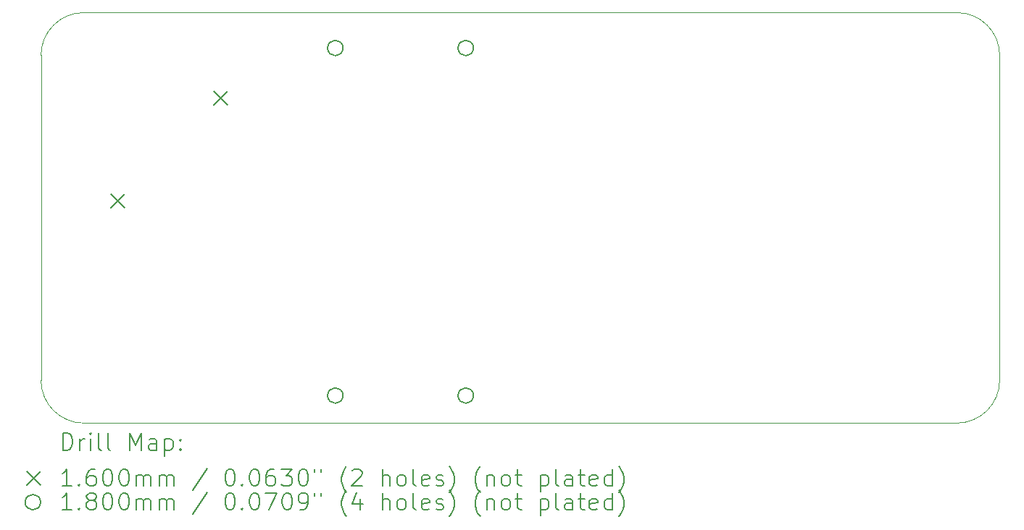
<source format=gbr>
%TF.GenerationSoftware,KiCad,Pcbnew,7.0.8*%
%TF.CreationDate,2024-01-12T01:59:45-08:00*%
%TF.ProjectId,rc_v1,72635f76-312e-46b6-9963-61645f706362,0*%
%TF.SameCoordinates,Original*%
%TF.FileFunction,Drillmap*%
%TF.FilePolarity,Positive*%
%FSLAX45Y45*%
G04 Gerber Fmt 4.5, Leading zero omitted, Abs format (unit mm)*
G04 Created by KiCad (PCBNEW 7.0.8) date 2024-01-12 01:59:45*
%MOMM*%
%LPD*%
G01*
G04 APERTURE LIST*
%ADD10C,0.100000*%
%ADD11C,0.200000*%
%ADD12C,0.160000*%
%ADD13C,0.180000*%
G04 APERTURE END LIST*
D10*
X20300000Y-7800000D02*
G75*
G03*
X19800000Y-7300000I-500000J0D01*
G01*
X9100000Y-7800000D02*
X9100000Y-11600000D01*
X19800000Y-12100000D02*
G75*
G03*
X20300000Y-11600000I0J500000D01*
G01*
X9600000Y-7300000D02*
G75*
G03*
X9100000Y-7800000I0J-500000D01*
G01*
X19800000Y-7300000D02*
X9600000Y-7300000D01*
X9600000Y-12100000D02*
X19800000Y-12100000D01*
X20300000Y-11600000D02*
X20300000Y-7800000D01*
X9100000Y-11600000D02*
G75*
G03*
X9600000Y-12100000I500000J0D01*
G01*
D11*
D12*
X9920000Y-9420000D02*
X10080000Y-9580000D01*
X10080000Y-9420000D02*
X9920000Y-9580000D01*
X11120000Y-8220000D02*
X11280000Y-8380000D01*
X11280000Y-8220000D02*
X11120000Y-8380000D01*
D13*
X12628000Y-7714000D02*
G75*
G03*
X12628000Y-7714000I-90000J0D01*
G01*
X12628000Y-11778000D02*
G75*
G03*
X12628000Y-11778000I-90000J0D01*
G01*
X14152000Y-7714000D02*
G75*
G03*
X14152000Y-7714000I-90000J0D01*
G01*
X14152000Y-11778000D02*
G75*
G03*
X14152000Y-11778000I-90000J0D01*
G01*
D11*
X9355777Y-12416484D02*
X9355777Y-12216484D01*
X9355777Y-12216484D02*
X9403396Y-12216484D01*
X9403396Y-12216484D02*
X9431967Y-12226008D01*
X9431967Y-12226008D02*
X9451015Y-12245055D01*
X9451015Y-12245055D02*
X9460539Y-12264103D01*
X9460539Y-12264103D02*
X9470063Y-12302198D01*
X9470063Y-12302198D02*
X9470063Y-12330769D01*
X9470063Y-12330769D02*
X9460539Y-12368865D01*
X9460539Y-12368865D02*
X9451015Y-12387912D01*
X9451015Y-12387912D02*
X9431967Y-12406960D01*
X9431967Y-12406960D02*
X9403396Y-12416484D01*
X9403396Y-12416484D02*
X9355777Y-12416484D01*
X9555777Y-12416484D02*
X9555777Y-12283150D01*
X9555777Y-12321246D02*
X9565301Y-12302198D01*
X9565301Y-12302198D02*
X9574824Y-12292674D01*
X9574824Y-12292674D02*
X9593872Y-12283150D01*
X9593872Y-12283150D02*
X9612920Y-12283150D01*
X9679586Y-12416484D02*
X9679586Y-12283150D01*
X9679586Y-12216484D02*
X9670063Y-12226008D01*
X9670063Y-12226008D02*
X9679586Y-12235531D01*
X9679586Y-12235531D02*
X9689110Y-12226008D01*
X9689110Y-12226008D02*
X9679586Y-12216484D01*
X9679586Y-12216484D02*
X9679586Y-12235531D01*
X9803396Y-12416484D02*
X9784348Y-12406960D01*
X9784348Y-12406960D02*
X9774824Y-12387912D01*
X9774824Y-12387912D02*
X9774824Y-12216484D01*
X9908158Y-12416484D02*
X9889110Y-12406960D01*
X9889110Y-12406960D02*
X9879586Y-12387912D01*
X9879586Y-12387912D02*
X9879586Y-12216484D01*
X10136729Y-12416484D02*
X10136729Y-12216484D01*
X10136729Y-12216484D02*
X10203396Y-12359341D01*
X10203396Y-12359341D02*
X10270063Y-12216484D01*
X10270063Y-12216484D02*
X10270063Y-12416484D01*
X10451015Y-12416484D02*
X10451015Y-12311722D01*
X10451015Y-12311722D02*
X10441491Y-12292674D01*
X10441491Y-12292674D02*
X10422444Y-12283150D01*
X10422444Y-12283150D02*
X10384348Y-12283150D01*
X10384348Y-12283150D02*
X10365301Y-12292674D01*
X10451015Y-12406960D02*
X10431967Y-12416484D01*
X10431967Y-12416484D02*
X10384348Y-12416484D01*
X10384348Y-12416484D02*
X10365301Y-12406960D01*
X10365301Y-12406960D02*
X10355777Y-12387912D01*
X10355777Y-12387912D02*
X10355777Y-12368865D01*
X10355777Y-12368865D02*
X10365301Y-12349817D01*
X10365301Y-12349817D02*
X10384348Y-12340293D01*
X10384348Y-12340293D02*
X10431967Y-12340293D01*
X10431967Y-12340293D02*
X10451015Y-12330769D01*
X10546253Y-12283150D02*
X10546253Y-12483150D01*
X10546253Y-12292674D02*
X10565301Y-12283150D01*
X10565301Y-12283150D02*
X10603396Y-12283150D01*
X10603396Y-12283150D02*
X10622444Y-12292674D01*
X10622444Y-12292674D02*
X10631967Y-12302198D01*
X10631967Y-12302198D02*
X10641491Y-12321246D01*
X10641491Y-12321246D02*
X10641491Y-12378388D01*
X10641491Y-12378388D02*
X10631967Y-12397436D01*
X10631967Y-12397436D02*
X10622444Y-12406960D01*
X10622444Y-12406960D02*
X10603396Y-12416484D01*
X10603396Y-12416484D02*
X10565301Y-12416484D01*
X10565301Y-12416484D02*
X10546253Y-12406960D01*
X10727205Y-12397436D02*
X10736729Y-12406960D01*
X10736729Y-12406960D02*
X10727205Y-12416484D01*
X10727205Y-12416484D02*
X10717682Y-12406960D01*
X10717682Y-12406960D02*
X10727205Y-12397436D01*
X10727205Y-12397436D02*
X10727205Y-12416484D01*
X10727205Y-12292674D02*
X10736729Y-12302198D01*
X10736729Y-12302198D02*
X10727205Y-12311722D01*
X10727205Y-12311722D02*
X10717682Y-12302198D01*
X10717682Y-12302198D02*
X10727205Y-12292674D01*
X10727205Y-12292674D02*
X10727205Y-12311722D01*
D12*
X8935000Y-12665000D02*
X9095000Y-12825000D01*
X9095000Y-12665000D02*
X8935000Y-12825000D01*
D11*
X9460539Y-12836484D02*
X9346253Y-12836484D01*
X9403396Y-12836484D02*
X9403396Y-12636484D01*
X9403396Y-12636484D02*
X9384348Y-12665055D01*
X9384348Y-12665055D02*
X9365301Y-12684103D01*
X9365301Y-12684103D02*
X9346253Y-12693627D01*
X9546253Y-12817436D02*
X9555777Y-12826960D01*
X9555777Y-12826960D02*
X9546253Y-12836484D01*
X9546253Y-12836484D02*
X9536729Y-12826960D01*
X9536729Y-12826960D02*
X9546253Y-12817436D01*
X9546253Y-12817436D02*
X9546253Y-12836484D01*
X9727205Y-12636484D02*
X9689110Y-12636484D01*
X9689110Y-12636484D02*
X9670063Y-12646008D01*
X9670063Y-12646008D02*
X9660539Y-12655531D01*
X9660539Y-12655531D02*
X9641491Y-12684103D01*
X9641491Y-12684103D02*
X9631967Y-12722198D01*
X9631967Y-12722198D02*
X9631967Y-12798388D01*
X9631967Y-12798388D02*
X9641491Y-12817436D01*
X9641491Y-12817436D02*
X9651015Y-12826960D01*
X9651015Y-12826960D02*
X9670063Y-12836484D01*
X9670063Y-12836484D02*
X9708158Y-12836484D01*
X9708158Y-12836484D02*
X9727205Y-12826960D01*
X9727205Y-12826960D02*
X9736729Y-12817436D01*
X9736729Y-12817436D02*
X9746253Y-12798388D01*
X9746253Y-12798388D02*
X9746253Y-12750769D01*
X9746253Y-12750769D02*
X9736729Y-12731722D01*
X9736729Y-12731722D02*
X9727205Y-12722198D01*
X9727205Y-12722198D02*
X9708158Y-12712674D01*
X9708158Y-12712674D02*
X9670063Y-12712674D01*
X9670063Y-12712674D02*
X9651015Y-12722198D01*
X9651015Y-12722198D02*
X9641491Y-12731722D01*
X9641491Y-12731722D02*
X9631967Y-12750769D01*
X9870063Y-12636484D02*
X9889110Y-12636484D01*
X9889110Y-12636484D02*
X9908158Y-12646008D01*
X9908158Y-12646008D02*
X9917682Y-12655531D01*
X9917682Y-12655531D02*
X9927205Y-12674579D01*
X9927205Y-12674579D02*
X9936729Y-12712674D01*
X9936729Y-12712674D02*
X9936729Y-12760293D01*
X9936729Y-12760293D02*
X9927205Y-12798388D01*
X9927205Y-12798388D02*
X9917682Y-12817436D01*
X9917682Y-12817436D02*
X9908158Y-12826960D01*
X9908158Y-12826960D02*
X9889110Y-12836484D01*
X9889110Y-12836484D02*
X9870063Y-12836484D01*
X9870063Y-12836484D02*
X9851015Y-12826960D01*
X9851015Y-12826960D02*
X9841491Y-12817436D01*
X9841491Y-12817436D02*
X9831967Y-12798388D01*
X9831967Y-12798388D02*
X9822444Y-12760293D01*
X9822444Y-12760293D02*
X9822444Y-12712674D01*
X9822444Y-12712674D02*
X9831967Y-12674579D01*
X9831967Y-12674579D02*
X9841491Y-12655531D01*
X9841491Y-12655531D02*
X9851015Y-12646008D01*
X9851015Y-12646008D02*
X9870063Y-12636484D01*
X10060539Y-12636484D02*
X10079586Y-12636484D01*
X10079586Y-12636484D02*
X10098634Y-12646008D01*
X10098634Y-12646008D02*
X10108158Y-12655531D01*
X10108158Y-12655531D02*
X10117682Y-12674579D01*
X10117682Y-12674579D02*
X10127205Y-12712674D01*
X10127205Y-12712674D02*
X10127205Y-12760293D01*
X10127205Y-12760293D02*
X10117682Y-12798388D01*
X10117682Y-12798388D02*
X10108158Y-12817436D01*
X10108158Y-12817436D02*
X10098634Y-12826960D01*
X10098634Y-12826960D02*
X10079586Y-12836484D01*
X10079586Y-12836484D02*
X10060539Y-12836484D01*
X10060539Y-12836484D02*
X10041491Y-12826960D01*
X10041491Y-12826960D02*
X10031967Y-12817436D01*
X10031967Y-12817436D02*
X10022444Y-12798388D01*
X10022444Y-12798388D02*
X10012920Y-12760293D01*
X10012920Y-12760293D02*
X10012920Y-12712674D01*
X10012920Y-12712674D02*
X10022444Y-12674579D01*
X10022444Y-12674579D02*
X10031967Y-12655531D01*
X10031967Y-12655531D02*
X10041491Y-12646008D01*
X10041491Y-12646008D02*
X10060539Y-12636484D01*
X10212920Y-12836484D02*
X10212920Y-12703150D01*
X10212920Y-12722198D02*
X10222444Y-12712674D01*
X10222444Y-12712674D02*
X10241491Y-12703150D01*
X10241491Y-12703150D02*
X10270063Y-12703150D01*
X10270063Y-12703150D02*
X10289110Y-12712674D01*
X10289110Y-12712674D02*
X10298634Y-12731722D01*
X10298634Y-12731722D02*
X10298634Y-12836484D01*
X10298634Y-12731722D02*
X10308158Y-12712674D01*
X10308158Y-12712674D02*
X10327205Y-12703150D01*
X10327205Y-12703150D02*
X10355777Y-12703150D01*
X10355777Y-12703150D02*
X10374825Y-12712674D01*
X10374825Y-12712674D02*
X10384348Y-12731722D01*
X10384348Y-12731722D02*
X10384348Y-12836484D01*
X10479586Y-12836484D02*
X10479586Y-12703150D01*
X10479586Y-12722198D02*
X10489110Y-12712674D01*
X10489110Y-12712674D02*
X10508158Y-12703150D01*
X10508158Y-12703150D02*
X10536729Y-12703150D01*
X10536729Y-12703150D02*
X10555777Y-12712674D01*
X10555777Y-12712674D02*
X10565301Y-12731722D01*
X10565301Y-12731722D02*
X10565301Y-12836484D01*
X10565301Y-12731722D02*
X10574825Y-12712674D01*
X10574825Y-12712674D02*
X10593872Y-12703150D01*
X10593872Y-12703150D02*
X10622444Y-12703150D01*
X10622444Y-12703150D02*
X10641491Y-12712674D01*
X10641491Y-12712674D02*
X10651015Y-12731722D01*
X10651015Y-12731722D02*
X10651015Y-12836484D01*
X11041491Y-12626960D02*
X10870063Y-12884103D01*
X11298634Y-12636484D02*
X11317682Y-12636484D01*
X11317682Y-12636484D02*
X11336729Y-12646008D01*
X11336729Y-12646008D02*
X11346253Y-12655531D01*
X11346253Y-12655531D02*
X11355777Y-12674579D01*
X11355777Y-12674579D02*
X11365301Y-12712674D01*
X11365301Y-12712674D02*
X11365301Y-12760293D01*
X11365301Y-12760293D02*
X11355777Y-12798388D01*
X11355777Y-12798388D02*
X11346253Y-12817436D01*
X11346253Y-12817436D02*
X11336729Y-12826960D01*
X11336729Y-12826960D02*
X11317682Y-12836484D01*
X11317682Y-12836484D02*
X11298634Y-12836484D01*
X11298634Y-12836484D02*
X11279586Y-12826960D01*
X11279586Y-12826960D02*
X11270063Y-12817436D01*
X11270063Y-12817436D02*
X11260539Y-12798388D01*
X11260539Y-12798388D02*
X11251015Y-12760293D01*
X11251015Y-12760293D02*
X11251015Y-12712674D01*
X11251015Y-12712674D02*
X11260539Y-12674579D01*
X11260539Y-12674579D02*
X11270063Y-12655531D01*
X11270063Y-12655531D02*
X11279586Y-12646008D01*
X11279586Y-12646008D02*
X11298634Y-12636484D01*
X11451015Y-12817436D02*
X11460539Y-12826960D01*
X11460539Y-12826960D02*
X11451015Y-12836484D01*
X11451015Y-12836484D02*
X11441491Y-12826960D01*
X11441491Y-12826960D02*
X11451015Y-12817436D01*
X11451015Y-12817436D02*
X11451015Y-12836484D01*
X11584348Y-12636484D02*
X11603396Y-12636484D01*
X11603396Y-12636484D02*
X11622444Y-12646008D01*
X11622444Y-12646008D02*
X11631967Y-12655531D01*
X11631967Y-12655531D02*
X11641491Y-12674579D01*
X11641491Y-12674579D02*
X11651015Y-12712674D01*
X11651015Y-12712674D02*
X11651015Y-12760293D01*
X11651015Y-12760293D02*
X11641491Y-12798388D01*
X11641491Y-12798388D02*
X11631967Y-12817436D01*
X11631967Y-12817436D02*
X11622444Y-12826960D01*
X11622444Y-12826960D02*
X11603396Y-12836484D01*
X11603396Y-12836484D02*
X11584348Y-12836484D01*
X11584348Y-12836484D02*
X11565301Y-12826960D01*
X11565301Y-12826960D02*
X11555777Y-12817436D01*
X11555777Y-12817436D02*
X11546253Y-12798388D01*
X11546253Y-12798388D02*
X11536729Y-12760293D01*
X11536729Y-12760293D02*
X11536729Y-12712674D01*
X11536729Y-12712674D02*
X11546253Y-12674579D01*
X11546253Y-12674579D02*
X11555777Y-12655531D01*
X11555777Y-12655531D02*
X11565301Y-12646008D01*
X11565301Y-12646008D02*
X11584348Y-12636484D01*
X11822444Y-12636484D02*
X11784348Y-12636484D01*
X11784348Y-12636484D02*
X11765301Y-12646008D01*
X11765301Y-12646008D02*
X11755777Y-12655531D01*
X11755777Y-12655531D02*
X11736729Y-12684103D01*
X11736729Y-12684103D02*
X11727206Y-12722198D01*
X11727206Y-12722198D02*
X11727206Y-12798388D01*
X11727206Y-12798388D02*
X11736729Y-12817436D01*
X11736729Y-12817436D02*
X11746253Y-12826960D01*
X11746253Y-12826960D02*
X11765301Y-12836484D01*
X11765301Y-12836484D02*
X11803396Y-12836484D01*
X11803396Y-12836484D02*
X11822444Y-12826960D01*
X11822444Y-12826960D02*
X11831967Y-12817436D01*
X11831967Y-12817436D02*
X11841491Y-12798388D01*
X11841491Y-12798388D02*
X11841491Y-12750769D01*
X11841491Y-12750769D02*
X11831967Y-12731722D01*
X11831967Y-12731722D02*
X11822444Y-12722198D01*
X11822444Y-12722198D02*
X11803396Y-12712674D01*
X11803396Y-12712674D02*
X11765301Y-12712674D01*
X11765301Y-12712674D02*
X11746253Y-12722198D01*
X11746253Y-12722198D02*
X11736729Y-12731722D01*
X11736729Y-12731722D02*
X11727206Y-12750769D01*
X11908158Y-12636484D02*
X12031967Y-12636484D01*
X12031967Y-12636484D02*
X11965301Y-12712674D01*
X11965301Y-12712674D02*
X11993872Y-12712674D01*
X11993872Y-12712674D02*
X12012920Y-12722198D01*
X12012920Y-12722198D02*
X12022444Y-12731722D01*
X12022444Y-12731722D02*
X12031967Y-12750769D01*
X12031967Y-12750769D02*
X12031967Y-12798388D01*
X12031967Y-12798388D02*
X12022444Y-12817436D01*
X12022444Y-12817436D02*
X12012920Y-12826960D01*
X12012920Y-12826960D02*
X11993872Y-12836484D01*
X11993872Y-12836484D02*
X11936729Y-12836484D01*
X11936729Y-12836484D02*
X11917682Y-12826960D01*
X11917682Y-12826960D02*
X11908158Y-12817436D01*
X12155777Y-12636484D02*
X12174825Y-12636484D01*
X12174825Y-12636484D02*
X12193872Y-12646008D01*
X12193872Y-12646008D02*
X12203396Y-12655531D01*
X12203396Y-12655531D02*
X12212920Y-12674579D01*
X12212920Y-12674579D02*
X12222444Y-12712674D01*
X12222444Y-12712674D02*
X12222444Y-12760293D01*
X12222444Y-12760293D02*
X12212920Y-12798388D01*
X12212920Y-12798388D02*
X12203396Y-12817436D01*
X12203396Y-12817436D02*
X12193872Y-12826960D01*
X12193872Y-12826960D02*
X12174825Y-12836484D01*
X12174825Y-12836484D02*
X12155777Y-12836484D01*
X12155777Y-12836484D02*
X12136729Y-12826960D01*
X12136729Y-12826960D02*
X12127206Y-12817436D01*
X12127206Y-12817436D02*
X12117682Y-12798388D01*
X12117682Y-12798388D02*
X12108158Y-12760293D01*
X12108158Y-12760293D02*
X12108158Y-12712674D01*
X12108158Y-12712674D02*
X12117682Y-12674579D01*
X12117682Y-12674579D02*
X12127206Y-12655531D01*
X12127206Y-12655531D02*
X12136729Y-12646008D01*
X12136729Y-12646008D02*
X12155777Y-12636484D01*
X12298634Y-12636484D02*
X12298634Y-12674579D01*
X12374825Y-12636484D02*
X12374825Y-12674579D01*
X12670063Y-12912674D02*
X12660539Y-12903150D01*
X12660539Y-12903150D02*
X12641491Y-12874579D01*
X12641491Y-12874579D02*
X12631968Y-12855531D01*
X12631968Y-12855531D02*
X12622444Y-12826960D01*
X12622444Y-12826960D02*
X12612920Y-12779341D01*
X12612920Y-12779341D02*
X12612920Y-12741246D01*
X12612920Y-12741246D02*
X12622444Y-12693627D01*
X12622444Y-12693627D02*
X12631968Y-12665055D01*
X12631968Y-12665055D02*
X12641491Y-12646008D01*
X12641491Y-12646008D02*
X12660539Y-12617436D01*
X12660539Y-12617436D02*
X12670063Y-12607912D01*
X12736729Y-12655531D02*
X12746253Y-12646008D01*
X12746253Y-12646008D02*
X12765301Y-12636484D01*
X12765301Y-12636484D02*
X12812920Y-12636484D01*
X12812920Y-12636484D02*
X12831968Y-12646008D01*
X12831968Y-12646008D02*
X12841491Y-12655531D01*
X12841491Y-12655531D02*
X12851015Y-12674579D01*
X12851015Y-12674579D02*
X12851015Y-12693627D01*
X12851015Y-12693627D02*
X12841491Y-12722198D01*
X12841491Y-12722198D02*
X12727206Y-12836484D01*
X12727206Y-12836484D02*
X12851015Y-12836484D01*
X13089110Y-12836484D02*
X13089110Y-12636484D01*
X13174825Y-12836484D02*
X13174825Y-12731722D01*
X13174825Y-12731722D02*
X13165301Y-12712674D01*
X13165301Y-12712674D02*
X13146253Y-12703150D01*
X13146253Y-12703150D02*
X13117682Y-12703150D01*
X13117682Y-12703150D02*
X13098634Y-12712674D01*
X13098634Y-12712674D02*
X13089110Y-12722198D01*
X13298634Y-12836484D02*
X13279587Y-12826960D01*
X13279587Y-12826960D02*
X13270063Y-12817436D01*
X13270063Y-12817436D02*
X13260539Y-12798388D01*
X13260539Y-12798388D02*
X13260539Y-12741246D01*
X13260539Y-12741246D02*
X13270063Y-12722198D01*
X13270063Y-12722198D02*
X13279587Y-12712674D01*
X13279587Y-12712674D02*
X13298634Y-12703150D01*
X13298634Y-12703150D02*
X13327206Y-12703150D01*
X13327206Y-12703150D02*
X13346253Y-12712674D01*
X13346253Y-12712674D02*
X13355777Y-12722198D01*
X13355777Y-12722198D02*
X13365301Y-12741246D01*
X13365301Y-12741246D02*
X13365301Y-12798388D01*
X13365301Y-12798388D02*
X13355777Y-12817436D01*
X13355777Y-12817436D02*
X13346253Y-12826960D01*
X13346253Y-12826960D02*
X13327206Y-12836484D01*
X13327206Y-12836484D02*
X13298634Y-12836484D01*
X13479587Y-12836484D02*
X13460539Y-12826960D01*
X13460539Y-12826960D02*
X13451015Y-12807912D01*
X13451015Y-12807912D02*
X13451015Y-12636484D01*
X13631968Y-12826960D02*
X13612920Y-12836484D01*
X13612920Y-12836484D02*
X13574825Y-12836484D01*
X13574825Y-12836484D02*
X13555777Y-12826960D01*
X13555777Y-12826960D02*
X13546253Y-12807912D01*
X13546253Y-12807912D02*
X13546253Y-12731722D01*
X13546253Y-12731722D02*
X13555777Y-12712674D01*
X13555777Y-12712674D02*
X13574825Y-12703150D01*
X13574825Y-12703150D02*
X13612920Y-12703150D01*
X13612920Y-12703150D02*
X13631968Y-12712674D01*
X13631968Y-12712674D02*
X13641491Y-12731722D01*
X13641491Y-12731722D02*
X13641491Y-12750769D01*
X13641491Y-12750769D02*
X13546253Y-12769817D01*
X13717682Y-12826960D02*
X13736730Y-12836484D01*
X13736730Y-12836484D02*
X13774825Y-12836484D01*
X13774825Y-12836484D02*
X13793872Y-12826960D01*
X13793872Y-12826960D02*
X13803396Y-12807912D01*
X13803396Y-12807912D02*
X13803396Y-12798388D01*
X13803396Y-12798388D02*
X13793872Y-12779341D01*
X13793872Y-12779341D02*
X13774825Y-12769817D01*
X13774825Y-12769817D02*
X13746253Y-12769817D01*
X13746253Y-12769817D02*
X13727206Y-12760293D01*
X13727206Y-12760293D02*
X13717682Y-12741246D01*
X13717682Y-12741246D02*
X13717682Y-12731722D01*
X13717682Y-12731722D02*
X13727206Y-12712674D01*
X13727206Y-12712674D02*
X13746253Y-12703150D01*
X13746253Y-12703150D02*
X13774825Y-12703150D01*
X13774825Y-12703150D02*
X13793872Y-12712674D01*
X13870063Y-12912674D02*
X13879587Y-12903150D01*
X13879587Y-12903150D02*
X13898634Y-12874579D01*
X13898634Y-12874579D02*
X13908158Y-12855531D01*
X13908158Y-12855531D02*
X13917682Y-12826960D01*
X13917682Y-12826960D02*
X13927206Y-12779341D01*
X13927206Y-12779341D02*
X13927206Y-12741246D01*
X13927206Y-12741246D02*
X13917682Y-12693627D01*
X13917682Y-12693627D02*
X13908158Y-12665055D01*
X13908158Y-12665055D02*
X13898634Y-12646008D01*
X13898634Y-12646008D02*
X13879587Y-12617436D01*
X13879587Y-12617436D02*
X13870063Y-12607912D01*
X14231968Y-12912674D02*
X14222444Y-12903150D01*
X14222444Y-12903150D02*
X14203396Y-12874579D01*
X14203396Y-12874579D02*
X14193872Y-12855531D01*
X14193872Y-12855531D02*
X14184349Y-12826960D01*
X14184349Y-12826960D02*
X14174825Y-12779341D01*
X14174825Y-12779341D02*
X14174825Y-12741246D01*
X14174825Y-12741246D02*
X14184349Y-12693627D01*
X14184349Y-12693627D02*
X14193872Y-12665055D01*
X14193872Y-12665055D02*
X14203396Y-12646008D01*
X14203396Y-12646008D02*
X14222444Y-12617436D01*
X14222444Y-12617436D02*
X14231968Y-12607912D01*
X14308158Y-12703150D02*
X14308158Y-12836484D01*
X14308158Y-12722198D02*
X14317682Y-12712674D01*
X14317682Y-12712674D02*
X14336730Y-12703150D01*
X14336730Y-12703150D02*
X14365301Y-12703150D01*
X14365301Y-12703150D02*
X14384349Y-12712674D01*
X14384349Y-12712674D02*
X14393872Y-12731722D01*
X14393872Y-12731722D02*
X14393872Y-12836484D01*
X14517682Y-12836484D02*
X14498634Y-12826960D01*
X14498634Y-12826960D02*
X14489111Y-12817436D01*
X14489111Y-12817436D02*
X14479587Y-12798388D01*
X14479587Y-12798388D02*
X14479587Y-12741246D01*
X14479587Y-12741246D02*
X14489111Y-12722198D01*
X14489111Y-12722198D02*
X14498634Y-12712674D01*
X14498634Y-12712674D02*
X14517682Y-12703150D01*
X14517682Y-12703150D02*
X14546253Y-12703150D01*
X14546253Y-12703150D02*
X14565301Y-12712674D01*
X14565301Y-12712674D02*
X14574825Y-12722198D01*
X14574825Y-12722198D02*
X14584349Y-12741246D01*
X14584349Y-12741246D02*
X14584349Y-12798388D01*
X14584349Y-12798388D02*
X14574825Y-12817436D01*
X14574825Y-12817436D02*
X14565301Y-12826960D01*
X14565301Y-12826960D02*
X14546253Y-12836484D01*
X14546253Y-12836484D02*
X14517682Y-12836484D01*
X14641492Y-12703150D02*
X14717682Y-12703150D01*
X14670063Y-12636484D02*
X14670063Y-12807912D01*
X14670063Y-12807912D02*
X14679587Y-12826960D01*
X14679587Y-12826960D02*
X14698634Y-12836484D01*
X14698634Y-12836484D02*
X14717682Y-12836484D01*
X14936730Y-12703150D02*
X14936730Y-12903150D01*
X14936730Y-12712674D02*
X14955777Y-12703150D01*
X14955777Y-12703150D02*
X14993873Y-12703150D01*
X14993873Y-12703150D02*
X15012920Y-12712674D01*
X15012920Y-12712674D02*
X15022444Y-12722198D01*
X15022444Y-12722198D02*
X15031968Y-12741246D01*
X15031968Y-12741246D02*
X15031968Y-12798388D01*
X15031968Y-12798388D02*
X15022444Y-12817436D01*
X15022444Y-12817436D02*
X15012920Y-12826960D01*
X15012920Y-12826960D02*
X14993873Y-12836484D01*
X14993873Y-12836484D02*
X14955777Y-12836484D01*
X14955777Y-12836484D02*
X14936730Y-12826960D01*
X15146253Y-12836484D02*
X15127206Y-12826960D01*
X15127206Y-12826960D02*
X15117682Y-12807912D01*
X15117682Y-12807912D02*
X15117682Y-12636484D01*
X15308158Y-12836484D02*
X15308158Y-12731722D01*
X15308158Y-12731722D02*
X15298634Y-12712674D01*
X15298634Y-12712674D02*
X15279587Y-12703150D01*
X15279587Y-12703150D02*
X15241492Y-12703150D01*
X15241492Y-12703150D02*
X15222444Y-12712674D01*
X15308158Y-12826960D02*
X15289111Y-12836484D01*
X15289111Y-12836484D02*
X15241492Y-12836484D01*
X15241492Y-12836484D02*
X15222444Y-12826960D01*
X15222444Y-12826960D02*
X15212920Y-12807912D01*
X15212920Y-12807912D02*
X15212920Y-12788865D01*
X15212920Y-12788865D02*
X15222444Y-12769817D01*
X15222444Y-12769817D02*
X15241492Y-12760293D01*
X15241492Y-12760293D02*
X15289111Y-12760293D01*
X15289111Y-12760293D02*
X15308158Y-12750769D01*
X15374825Y-12703150D02*
X15451015Y-12703150D01*
X15403396Y-12636484D02*
X15403396Y-12807912D01*
X15403396Y-12807912D02*
X15412920Y-12826960D01*
X15412920Y-12826960D02*
X15431968Y-12836484D01*
X15431968Y-12836484D02*
X15451015Y-12836484D01*
X15593873Y-12826960D02*
X15574825Y-12836484D01*
X15574825Y-12836484D02*
X15536730Y-12836484D01*
X15536730Y-12836484D02*
X15517682Y-12826960D01*
X15517682Y-12826960D02*
X15508158Y-12807912D01*
X15508158Y-12807912D02*
X15508158Y-12731722D01*
X15508158Y-12731722D02*
X15517682Y-12712674D01*
X15517682Y-12712674D02*
X15536730Y-12703150D01*
X15536730Y-12703150D02*
X15574825Y-12703150D01*
X15574825Y-12703150D02*
X15593873Y-12712674D01*
X15593873Y-12712674D02*
X15603396Y-12731722D01*
X15603396Y-12731722D02*
X15603396Y-12750769D01*
X15603396Y-12750769D02*
X15508158Y-12769817D01*
X15774825Y-12836484D02*
X15774825Y-12636484D01*
X15774825Y-12826960D02*
X15755777Y-12836484D01*
X15755777Y-12836484D02*
X15717682Y-12836484D01*
X15717682Y-12836484D02*
X15698634Y-12826960D01*
X15698634Y-12826960D02*
X15689111Y-12817436D01*
X15689111Y-12817436D02*
X15679587Y-12798388D01*
X15679587Y-12798388D02*
X15679587Y-12741246D01*
X15679587Y-12741246D02*
X15689111Y-12722198D01*
X15689111Y-12722198D02*
X15698634Y-12712674D01*
X15698634Y-12712674D02*
X15717682Y-12703150D01*
X15717682Y-12703150D02*
X15755777Y-12703150D01*
X15755777Y-12703150D02*
X15774825Y-12712674D01*
X15851015Y-12912674D02*
X15860539Y-12903150D01*
X15860539Y-12903150D02*
X15879587Y-12874579D01*
X15879587Y-12874579D02*
X15889111Y-12855531D01*
X15889111Y-12855531D02*
X15898634Y-12826960D01*
X15898634Y-12826960D02*
X15908158Y-12779341D01*
X15908158Y-12779341D02*
X15908158Y-12741246D01*
X15908158Y-12741246D02*
X15898634Y-12693627D01*
X15898634Y-12693627D02*
X15889111Y-12665055D01*
X15889111Y-12665055D02*
X15879587Y-12646008D01*
X15879587Y-12646008D02*
X15860539Y-12617436D01*
X15860539Y-12617436D02*
X15851015Y-12607912D01*
D13*
X9095000Y-13025000D02*
G75*
G03*
X9095000Y-13025000I-90000J0D01*
G01*
D11*
X9460539Y-13116484D02*
X9346253Y-13116484D01*
X9403396Y-13116484D02*
X9403396Y-12916484D01*
X9403396Y-12916484D02*
X9384348Y-12945055D01*
X9384348Y-12945055D02*
X9365301Y-12964103D01*
X9365301Y-12964103D02*
X9346253Y-12973627D01*
X9546253Y-13097436D02*
X9555777Y-13106960D01*
X9555777Y-13106960D02*
X9546253Y-13116484D01*
X9546253Y-13116484D02*
X9536729Y-13106960D01*
X9536729Y-13106960D02*
X9546253Y-13097436D01*
X9546253Y-13097436D02*
X9546253Y-13116484D01*
X9670063Y-13002198D02*
X9651015Y-12992674D01*
X9651015Y-12992674D02*
X9641491Y-12983150D01*
X9641491Y-12983150D02*
X9631967Y-12964103D01*
X9631967Y-12964103D02*
X9631967Y-12954579D01*
X9631967Y-12954579D02*
X9641491Y-12935531D01*
X9641491Y-12935531D02*
X9651015Y-12926008D01*
X9651015Y-12926008D02*
X9670063Y-12916484D01*
X9670063Y-12916484D02*
X9708158Y-12916484D01*
X9708158Y-12916484D02*
X9727205Y-12926008D01*
X9727205Y-12926008D02*
X9736729Y-12935531D01*
X9736729Y-12935531D02*
X9746253Y-12954579D01*
X9746253Y-12954579D02*
X9746253Y-12964103D01*
X9746253Y-12964103D02*
X9736729Y-12983150D01*
X9736729Y-12983150D02*
X9727205Y-12992674D01*
X9727205Y-12992674D02*
X9708158Y-13002198D01*
X9708158Y-13002198D02*
X9670063Y-13002198D01*
X9670063Y-13002198D02*
X9651015Y-13011722D01*
X9651015Y-13011722D02*
X9641491Y-13021246D01*
X9641491Y-13021246D02*
X9631967Y-13040293D01*
X9631967Y-13040293D02*
X9631967Y-13078388D01*
X9631967Y-13078388D02*
X9641491Y-13097436D01*
X9641491Y-13097436D02*
X9651015Y-13106960D01*
X9651015Y-13106960D02*
X9670063Y-13116484D01*
X9670063Y-13116484D02*
X9708158Y-13116484D01*
X9708158Y-13116484D02*
X9727205Y-13106960D01*
X9727205Y-13106960D02*
X9736729Y-13097436D01*
X9736729Y-13097436D02*
X9746253Y-13078388D01*
X9746253Y-13078388D02*
X9746253Y-13040293D01*
X9746253Y-13040293D02*
X9736729Y-13021246D01*
X9736729Y-13021246D02*
X9727205Y-13011722D01*
X9727205Y-13011722D02*
X9708158Y-13002198D01*
X9870063Y-12916484D02*
X9889110Y-12916484D01*
X9889110Y-12916484D02*
X9908158Y-12926008D01*
X9908158Y-12926008D02*
X9917682Y-12935531D01*
X9917682Y-12935531D02*
X9927205Y-12954579D01*
X9927205Y-12954579D02*
X9936729Y-12992674D01*
X9936729Y-12992674D02*
X9936729Y-13040293D01*
X9936729Y-13040293D02*
X9927205Y-13078388D01*
X9927205Y-13078388D02*
X9917682Y-13097436D01*
X9917682Y-13097436D02*
X9908158Y-13106960D01*
X9908158Y-13106960D02*
X9889110Y-13116484D01*
X9889110Y-13116484D02*
X9870063Y-13116484D01*
X9870063Y-13116484D02*
X9851015Y-13106960D01*
X9851015Y-13106960D02*
X9841491Y-13097436D01*
X9841491Y-13097436D02*
X9831967Y-13078388D01*
X9831967Y-13078388D02*
X9822444Y-13040293D01*
X9822444Y-13040293D02*
X9822444Y-12992674D01*
X9822444Y-12992674D02*
X9831967Y-12954579D01*
X9831967Y-12954579D02*
X9841491Y-12935531D01*
X9841491Y-12935531D02*
X9851015Y-12926008D01*
X9851015Y-12926008D02*
X9870063Y-12916484D01*
X10060539Y-12916484D02*
X10079586Y-12916484D01*
X10079586Y-12916484D02*
X10098634Y-12926008D01*
X10098634Y-12926008D02*
X10108158Y-12935531D01*
X10108158Y-12935531D02*
X10117682Y-12954579D01*
X10117682Y-12954579D02*
X10127205Y-12992674D01*
X10127205Y-12992674D02*
X10127205Y-13040293D01*
X10127205Y-13040293D02*
X10117682Y-13078388D01*
X10117682Y-13078388D02*
X10108158Y-13097436D01*
X10108158Y-13097436D02*
X10098634Y-13106960D01*
X10098634Y-13106960D02*
X10079586Y-13116484D01*
X10079586Y-13116484D02*
X10060539Y-13116484D01*
X10060539Y-13116484D02*
X10041491Y-13106960D01*
X10041491Y-13106960D02*
X10031967Y-13097436D01*
X10031967Y-13097436D02*
X10022444Y-13078388D01*
X10022444Y-13078388D02*
X10012920Y-13040293D01*
X10012920Y-13040293D02*
X10012920Y-12992674D01*
X10012920Y-12992674D02*
X10022444Y-12954579D01*
X10022444Y-12954579D02*
X10031967Y-12935531D01*
X10031967Y-12935531D02*
X10041491Y-12926008D01*
X10041491Y-12926008D02*
X10060539Y-12916484D01*
X10212920Y-13116484D02*
X10212920Y-12983150D01*
X10212920Y-13002198D02*
X10222444Y-12992674D01*
X10222444Y-12992674D02*
X10241491Y-12983150D01*
X10241491Y-12983150D02*
X10270063Y-12983150D01*
X10270063Y-12983150D02*
X10289110Y-12992674D01*
X10289110Y-12992674D02*
X10298634Y-13011722D01*
X10298634Y-13011722D02*
X10298634Y-13116484D01*
X10298634Y-13011722D02*
X10308158Y-12992674D01*
X10308158Y-12992674D02*
X10327205Y-12983150D01*
X10327205Y-12983150D02*
X10355777Y-12983150D01*
X10355777Y-12983150D02*
X10374825Y-12992674D01*
X10374825Y-12992674D02*
X10384348Y-13011722D01*
X10384348Y-13011722D02*
X10384348Y-13116484D01*
X10479586Y-13116484D02*
X10479586Y-12983150D01*
X10479586Y-13002198D02*
X10489110Y-12992674D01*
X10489110Y-12992674D02*
X10508158Y-12983150D01*
X10508158Y-12983150D02*
X10536729Y-12983150D01*
X10536729Y-12983150D02*
X10555777Y-12992674D01*
X10555777Y-12992674D02*
X10565301Y-13011722D01*
X10565301Y-13011722D02*
X10565301Y-13116484D01*
X10565301Y-13011722D02*
X10574825Y-12992674D01*
X10574825Y-12992674D02*
X10593872Y-12983150D01*
X10593872Y-12983150D02*
X10622444Y-12983150D01*
X10622444Y-12983150D02*
X10641491Y-12992674D01*
X10641491Y-12992674D02*
X10651015Y-13011722D01*
X10651015Y-13011722D02*
X10651015Y-13116484D01*
X11041491Y-12906960D02*
X10870063Y-13164103D01*
X11298634Y-12916484D02*
X11317682Y-12916484D01*
X11317682Y-12916484D02*
X11336729Y-12926008D01*
X11336729Y-12926008D02*
X11346253Y-12935531D01*
X11346253Y-12935531D02*
X11355777Y-12954579D01*
X11355777Y-12954579D02*
X11365301Y-12992674D01*
X11365301Y-12992674D02*
X11365301Y-13040293D01*
X11365301Y-13040293D02*
X11355777Y-13078388D01*
X11355777Y-13078388D02*
X11346253Y-13097436D01*
X11346253Y-13097436D02*
X11336729Y-13106960D01*
X11336729Y-13106960D02*
X11317682Y-13116484D01*
X11317682Y-13116484D02*
X11298634Y-13116484D01*
X11298634Y-13116484D02*
X11279586Y-13106960D01*
X11279586Y-13106960D02*
X11270063Y-13097436D01*
X11270063Y-13097436D02*
X11260539Y-13078388D01*
X11260539Y-13078388D02*
X11251015Y-13040293D01*
X11251015Y-13040293D02*
X11251015Y-12992674D01*
X11251015Y-12992674D02*
X11260539Y-12954579D01*
X11260539Y-12954579D02*
X11270063Y-12935531D01*
X11270063Y-12935531D02*
X11279586Y-12926008D01*
X11279586Y-12926008D02*
X11298634Y-12916484D01*
X11451015Y-13097436D02*
X11460539Y-13106960D01*
X11460539Y-13106960D02*
X11451015Y-13116484D01*
X11451015Y-13116484D02*
X11441491Y-13106960D01*
X11441491Y-13106960D02*
X11451015Y-13097436D01*
X11451015Y-13097436D02*
X11451015Y-13116484D01*
X11584348Y-12916484D02*
X11603396Y-12916484D01*
X11603396Y-12916484D02*
X11622444Y-12926008D01*
X11622444Y-12926008D02*
X11631967Y-12935531D01*
X11631967Y-12935531D02*
X11641491Y-12954579D01*
X11641491Y-12954579D02*
X11651015Y-12992674D01*
X11651015Y-12992674D02*
X11651015Y-13040293D01*
X11651015Y-13040293D02*
X11641491Y-13078388D01*
X11641491Y-13078388D02*
X11631967Y-13097436D01*
X11631967Y-13097436D02*
X11622444Y-13106960D01*
X11622444Y-13106960D02*
X11603396Y-13116484D01*
X11603396Y-13116484D02*
X11584348Y-13116484D01*
X11584348Y-13116484D02*
X11565301Y-13106960D01*
X11565301Y-13106960D02*
X11555777Y-13097436D01*
X11555777Y-13097436D02*
X11546253Y-13078388D01*
X11546253Y-13078388D02*
X11536729Y-13040293D01*
X11536729Y-13040293D02*
X11536729Y-12992674D01*
X11536729Y-12992674D02*
X11546253Y-12954579D01*
X11546253Y-12954579D02*
X11555777Y-12935531D01*
X11555777Y-12935531D02*
X11565301Y-12926008D01*
X11565301Y-12926008D02*
X11584348Y-12916484D01*
X11717682Y-12916484D02*
X11851015Y-12916484D01*
X11851015Y-12916484D02*
X11765301Y-13116484D01*
X11965301Y-12916484D02*
X11984348Y-12916484D01*
X11984348Y-12916484D02*
X12003396Y-12926008D01*
X12003396Y-12926008D02*
X12012920Y-12935531D01*
X12012920Y-12935531D02*
X12022444Y-12954579D01*
X12022444Y-12954579D02*
X12031967Y-12992674D01*
X12031967Y-12992674D02*
X12031967Y-13040293D01*
X12031967Y-13040293D02*
X12022444Y-13078388D01*
X12022444Y-13078388D02*
X12012920Y-13097436D01*
X12012920Y-13097436D02*
X12003396Y-13106960D01*
X12003396Y-13106960D02*
X11984348Y-13116484D01*
X11984348Y-13116484D02*
X11965301Y-13116484D01*
X11965301Y-13116484D02*
X11946253Y-13106960D01*
X11946253Y-13106960D02*
X11936729Y-13097436D01*
X11936729Y-13097436D02*
X11927206Y-13078388D01*
X11927206Y-13078388D02*
X11917682Y-13040293D01*
X11917682Y-13040293D02*
X11917682Y-12992674D01*
X11917682Y-12992674D02*
X11927206Y-12954579D01*
X11927206Y-12954579D02*
X11936729Y-12935531D01*
X11936729Y-12935531D02*
X11946253Y-12926008D01*
X11946253Y-12926008D02*
X11965301Y-12916484D01*
X12127206Y-13116484D02*
X12165301Y-13116484D01*
X12165301Y-13116484D02*
X12184348Y-13106960D01*
X12184348Y-13106960D02*
X12193872Y-13097436D01*
X12193872Y-13097436D02*
X12212920Y-13068865D01*
X12212920Y-13068865D02*
X12222444Y-13030769D01*
X12222444Y-13030769D02*
X12222444Y-12954579D01*
X12222444Y-12954579D02*
X12212920Y-12935531D01*
X12212920Y-12935531D02*
X12203396Y-12926008D01*
X12203396Y-12926008D02*
X12184348Y-12916484D01*
X12184348Y-12916484D02*
X12146253Y-12916484D01*
X12146253Y-12916484D02*
X12127206Y-12926008D01*
X12127206Y-12926008D02*
X12117682Y-12935531D01*
X12117682Y-12935531D02*
X12108158Y-12954579D01*
X12108158Y-12954579D02*
X12108158Y-13002198D01*
X12108158Y-13002198D02*
X12117682Y-13021246D01*
X12117682Y-13021246D02*
X12127206Y-13030769D01*
X12127206Y-13030769D02*
X12146253Y-13040293D01*
X12146253Y-13040293D02*
X12184348Y-13040293D01*
X12184348Y-13040293D02*
X12203396Y-13030769D01*
X12203396Y-13030769D02*
X12212920Y-13021246D01*
X12212920Y-13021246D02*
X12222444Y-13002198D01*
X12298634Y-12916484D02*
X12298634Y-12954579D01*
X12374825Y-12916484D02*
X12374825Y-12954579D01*
X12670063Y-13192674D02*
X12660539Y-13183150D01*
X12660539Y-13183150D02*
X12641491Y-13154579D01*
X12641491Y-13154579D02*
X12631968Y-13135531D01*
X12631968Y-13135531D02*
X12622444Y-13106960D01*
X12622444Y-13106960D02*
X12612920Y-13059341D01*
X12612920Y-13059341D02*
X12612920Y-13021246D01*
X12612920Y-13021246D02*
X12622444Y-12973627D01*
X12622444Y-12973627D02*
X12631968Y-12945055D01*
X12631968Y-12945055D02*
X12641491Y-12926008D01*
X12641491Y-12926008D02*
X12660539Y-12897436D01*
X12660539Y-12897436D02*
X12670063Y-12887912D01*
X12831968Y-12983150D02*
X12831968Y-13116484D01*
X12784348Y-12906960D02*
X12736729Y-13049817D01*
X12736729Y-13049817D02*
X12860539Y-13049817D01*
X13089110Y-13116484D02*
X13089110Y-12916484D01*
X13174825Y-13116484D02*
X13174825Y-13011722D01*
X13174825Y-13011722D02*
X13165301Y-12992674D01*
X13165301Y-12992674D02*
X13146253Y-12983150D01*
X13146253Y-12983150D02*
X13117682Y-12983150D01*
X13117682Y-12983150D02*
X13098634Y-12992674D01*
X13098634Y-12992674D02*
X13089110Y-13002198D01*
X13298634Y-13116484D02*
X13279587Y-13106960D01*
X13279587Y-13106960D02*
X13270063Y-13097436D01*
X13270063Y-13097436D02*
X13260539Y-13078388D01*
X13260539Y-13078388D02*
X13260539Y-13021246D01*
X13260539Y-13021246D02*
X13270063Y-13002198D01*
X13270063Y-13002198D02*
X13279587Y-12992674D01*
X13279587Y-12992674D02*
X13298634Y-12983150D01*
X13298634Y-12983150D02*
X13327206Y-12983150D01*
X13327206Y-12983150D02*
X13346253Y-12992674D01*
X13346253Y-12992674D02*
X13355777Y-13002198D01*
X13355777Y-13002198D02*
X13365301Y-13021246D01*
X13365301Y-13021246D02*
X13365301Y-13078388D01*
X13365301Y-13078388D02*
X13355777Y-13097436D01*
X13355777Y-13097436D02*
X13346253Y-13106960D01*
X13346253Y-13106960D02*
X13327206Y-13116484D01*
X13327206Y-13116484D02*
X13298634Y-13116484D01*
X13479587Y-13116484D02*
X13460539Y-13106960D01*
X13460539Y-13106960D02*
X13451015Y-13087912D01*
X13451015Y-13087912D02*
X13451015Y-12916484D01*
X13631968Y-13106960D02*
X13612920Y-13116484D01*
X13612920Y-13116484D02*
X13574825Y-13116484D01*
X13574825Y-13116484D02*
X13555777Y-13106960D01*
X13555777Y-13106960D02*
X13546253Y-13087912D01*
X13546253Y-13087912D02*
X13546253Y-13011722D01*
X13546253Y-13011722D02*
X13555777Y-12992674D01*
X13555777Y-12992674D02*
X13574825Y-12983150D01*
X13574825Y-12983150D02*
X13612920Y-12983150D01*
X13612920Y-12983150D02*
X13631968Y-12992674D01*
X13631968Y-12992674D02*
X13641491Y-13011722D01*
X13641491Y-13011722D02*
X13641491Y-13030769D01*
X13641491Y-13030769D02*
X13546253Y-13049817D01*
X13717682Y-13106960D02*
X13736730Y-13116484D01*
X13736730Y-13116484D02*
X13774825Y-13116484D01*
X13774825Y-13116484D02*
X13793872Y-13106960D01*
X13793872Y-13106960D02*
X13803396Y-13087912D01*
X13803396Y-13087912D02*
X13803396Y-13078388D01*
X13803396Y-13078388D02*
X13793872Y-13059341D01*
X13793872Y-13059341D02*
X13774825Y-13049817D01*
X13774825Y-13049817D02*
X13746253Y-13049817D01*
X13746253Y-13049817D02*
X13727206Y-13040293D01*
X13727206Y-13040293D02*
X13717682Y-13021246D01*
X13717682Y-13021246D02*
X13717682Y-13011722D01*
X13717682Y-13011722D02*
X13727206Y-12992674D01*
X13727206Y-12992674D02*
X13746253Y-12983150D01*
X13746253Y-12983150D02*
X13774825Y-12983150D01*
X13774825Y-12983150D02*
X13793872Y-12992674D01*
X13870063Y-13192674D02*
X13879587Y-13183150D01*
X13879587Y-13183150D02*
X13898634Y-13154579D01*
X13898634Y-13154579D02*
X13908158Y-13135531D01*
X13908158Y-13135531D02*
X13917682Y-13106960D01*
X13917682Y-13106960D02*
X13927206Y-13059341D01*
X13927206Y-13059341D02*
X13927206Y-13021246D01*
X13927206Y-13021246D02*
X13917682Y-12973627D01*
X13917682Y-12973627D02*
X13908158Y-12945055D01*
X13908158Y-12945055D02*
X13898634Y-12926008D01*
X13898634Y-12926008D02*
X13879587Y-12897436D01*
X13879587Y-12897436D02*
X13870063Y-12887912D01*
X14231968Y-13192674D02*
X14222444Y-13183150D01*
X14222444Y-13183150D02*
X14203396Y-13154579D01*
X14203396Y-13154579D02*
X14193872Y-13135531D01*
X14193872Y-13135531D02*
X14184349Y-13106960D01*
X14184349Y-13106960D02*
X14174825Y-13059341D01*
X14174825Y-13059341D02*
X14174825Y-13021246D01*
X14174825Y-13021246D02*
X14184349Y-12973627D01*
X14184349Y-12973627D02*
X14193872Y-12945055D01*
X14193872Y-12945055D02*
X14203396Y-12926008D01*
X14203396Y-12926008D02*
X14222444Y-12897436D01*
X14222444Y-12897436D02*
X14231968Y-12887912D01*
X14308158Y-12983150D02*
X14308158Y-13116484D01*
X14308158Y-13002198D02*
X14317682Y-12992674D01*
X14317682Y-12992674D02*
X14336730Y-12983150D01*
X14336730Y-12983150D02*
X14365301Y-12983150D01*
X14365301Y-12983150D02*
X14384349Y-12992674D01*
X14384349Y-12992674D02*
X14393872Y-13011722D01*
X14393872Y-13011722D02*
X14393872Y-13116484D01*
X14517682Y-13116484D02*
X14498634Y-13106960D01*
X14498634Y-13106960D02*
X14489111Y-13097436D01*
X14489111Y-13097436D02*
X14479587Y-13078388D01*
X14479587Y-13078388D02*
X14479587Y-13021246D01*
X14479587Y-13021246D02*
X14489111Y-13002198D01*
X14489111Y-13002198D02*
X14498634Y-12992674D01*
X14498634Y-12992674D02*
X14517682Y-12983150D01*
X14517682Y-12983150D02*
X14546253Y-12983150D01*
X14546253Y-12983150D02*
X14565301Y-12992674D01*
X14565301Y-12992674D02*
X14574825Y-13002198D01*
X14574825Y-13002198D02*
X14584349Y-13021246D01*
X14584349Y-13021246D02*
X14584349Y-13078388D01*
X14584349Y-13078388D02*
X14574825Y-13097436D01*
X14574825Y-13097436D02*
X14565301Y-13106960D01*
X14565301Y-13106960D02*
X14546253Y-13116484D01*
X14546253Y-13116484D02*
X14517682Y-13116484D01*
X14641492Y-12983150D02*
X14717682Y-12983150D01*
X14670063Y-12916484D02*
X14670063Y-13087912D01*
X14670063Y-13087912D02*
X14679587Y-13106960D01*
X14679587Y-13106960D02*
X14698634Y-13116484D01*
X14698634Y-13116484D02*
X14717682Y-13116484D01*
X14936730Y-12983150D02*
X14936730Y-13183150D01*
X14936730Y-12992674D02*
X14955777Y-12983150D01*
X14955777Y-12983150D02*
X14993873Y-12983150D01*
X14993873Y-12983150D02*
X15012920Y-12992674D01*
X15012920Y-12992674D02*
X15022444Y-13002198D01*
X15022444Y-13002198D02*
X15031968Y-13021246D01*
X15031968Y-13021246D02*
X15031968Y-13078388D01*
X15031968Y-13078388D02*
X15022444Y-13097436D01*
X15022444Y-13097436D02*
X15012920Y-13106960D01*
X15012920Y-13106960D02*
X14993873Y-13116484D01*
X14993873Y-13116484D02*
X14955777Y-13116484D01*
X14955777Y-13116484D02*
X14936730Y-13106960D01*
X15146253Y-13116484D02*
X15127206Y-13106960D01*
X15127206Y-13106960D02*
X15117682Y-13087912D01*
X15117682Y-13087912D02*
X15117682Y-12916484D01*
X15308158Y-13116484D02*
X15308158Y-13011722D01*
X15308158Y-13011722D02*
X15298634Y-12992674D01*
X15298634Y-12992674D02*
X15279587Y-12983150D01*
X15279587Y-12983150D02*
X15241492Y-12983150D01*
X15241492Y-12983150D02*
X15222444Y-12992674D01*
X15308158Y-13106960D02*
X15289111Y-13116484D01*
X15289111Y-13116484D02*
X15241492Y-13116484D01*
X15241492Y-13116484D02*
X15222444Y-13106960D01*
X15222444Y-13106960D02*
X15212920Y-13087912D01*
X15212920Y-13087912D02*
X15212920Y-13068865D01*
X15212920Y-13068865D02*
X15222444Y-13049817D01*
X15222444Y-13049817D02*
X15241492Y-13040293D01*
X15241492Y-13040293D02*
X15289111Y-13040293D01*
X15289111Y-13040293D02*
X15308158Y-13030769D01*
X15374825Y-12983150D02*
X15451015Y-12983150D01*
X15403396Y-12916484D02*
X15403396Y-13087912D01*
X15403396Y-13087912D02*
X15412920Y-13106960D01*
X15412920Y-13106960D02*
X15431968Y-13116484D01*
X15431968Y-13116484D02*
X15451015Y-13116484D01*
X15593873Y-13106960D02*
X15574825Y-13116484D01*
X15574825Y-13116484D02*
X15536730Y-13116484D01*
X15536730Y-13116484D02*
X15517682Y-13106960D01*
X15517682Y-13106960D02*
X15508158Y-13087912D01*
X15508158Y-13087912D02*
X15508158Y-13011722D01*
X15508158Y-13011722D02*
X15517682Y-12992674D01*
X15517682Y-12992674D02*
X15536730Y-12983150D01*
X15536730Y-12983150D02*
X15574825Y-12983150D01*
X15574825Y-12983150D02*
X15593873Y-12992674D01*
X15593873Y-12992674D02*
X15603396Y-13011722D01*
X15603396Y-13011722D02*
X15603396Y-13030769D01*
X15603396Y-13030769D02*
X15508158Y-13049817D01*
X15774825Y-13116484D02*
X15774825Y-12916484D01*
X15774825Y-13106960D02*
X15755777Y-13116484D01*
X15755777Y-13116484D02*
X15717682Y-13116484D01*
X15717682Y-13116484D02*
X15698634Y-13106960D01*
X15698634Y-13106960D02*
X15689111Y-13097436D01*
X15689111Y-13097436D02*
X15679587Y-13078388D01*
X15679587Y-13078388D02*
X15679587Y-13021246D01*
X15679587Y-13021246D02*
X15689111Y-13002198D01*
X15689111Y-13002198D02*
X15698634Y-12992674D01*
X15698634Y-12992674D02*
X15717682Y-12983150D01*
X15717682Y-12983150D02*
X15755777Y-12983150D01*
X15755777Y-12983150D02*
X15774825Y-12992674D01*
X15851015Y-13192674D02*
X15860539Y-13183150D01*
X15860539Y-13183150D02*
X15879587Y-13154579D01*
X15879587Y-13154579D02*
X15889111Y-13135531D01*
X15889111Y-13135531D02*
X15898634Y-13106960D01*
X15898634Y-13106960D02*
X15908158Y-13059341D01*
X15908158Y-13059341D02*
X15908158Y-13021246D01*
X15908158Y-13021246D02*
X15898634Y-12973627D01*
X15898634Y-12973627D02*
X15889111Y-12945055D01*
X15889111Y-12945055D02*
X15879587Y-12926008D01*
X15879587Y-12926008D02*
X15860539Y-12897436D01*
X15860539Y-12897436D02*
X15851015Y-12887912D01*
M02*

</source>
